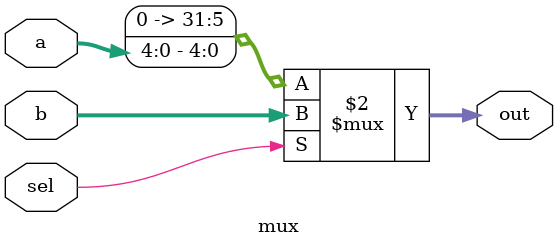
<source format=v>
`timescale 1ns / 1ps

module mux 
#(
    parameter WL_a = 5,
    parameter WL_b = 32 
)(
    input sel,   
    input [WL_a-1:0] a,
    input [WL_b-1:0] b,
    output [WL_b-1:0] out
);
    
    assign out = sel ? b : a;
    
endmodule

</source>
